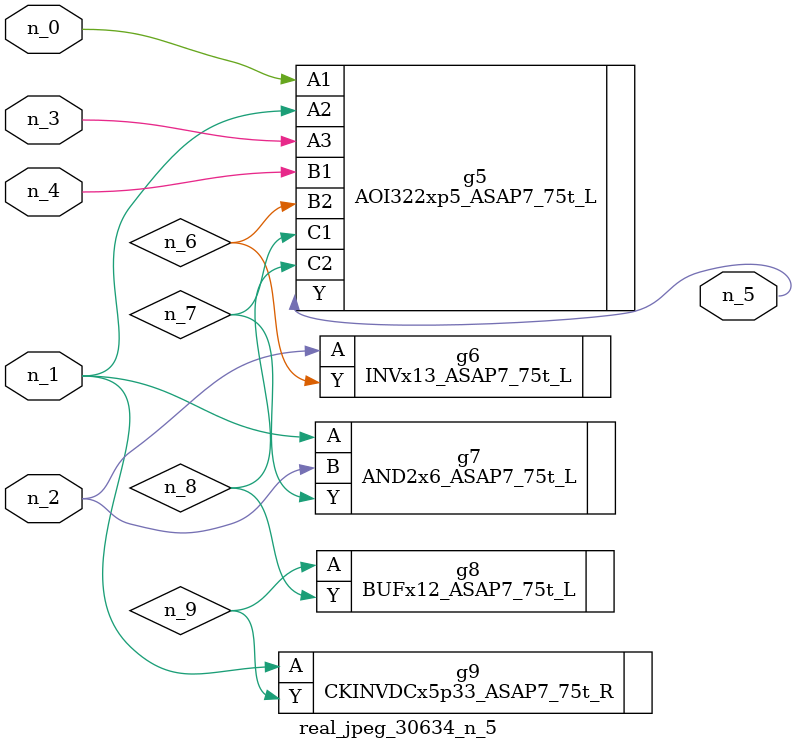
<source format=v>
module real_jpeg_30634_n_5 (n_4, n_0, n_1, n_2, n_3, n_5);

input n_4;
input n_0;
input n_1;
input n_2;
input n_3;

output n_5;

wire n_8;
wire n_6;
wire n_7;
wire n_9;

AOI322xp5_ASAP7_75t_L g5 ( 
.A1(n_0),
.A2(n_1),
.A3(n_3),
.B1(n_4),
.B2(n_6),
.C1(n_7),
.C2(n_8),
.Y(n_5)
);

AND2x6_ASAP7_75t_L g7 ( 
.A(n_1),
.B(n_2),
.Y(n_7)
);

CKINVDCx5p33_ASAP7_75t_R g9 ( 
.A(n_1),
.Y(n_9)
);

INVx13_ASAP7_75t_L g6 ( 
.A(n_2),
.Y(n_6)
);

BUFx12_ASAP7_75t_L g8 ( 
.A(n_9),
.Y(n_8)
);


endmodule
</source>
